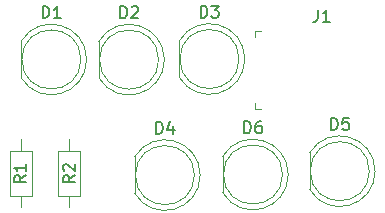
<source format=gbr>
%TF.GenerationSoftware,KiCad,Pcbnew,(5.1.6-0-10_14)*%
%TF.CreationDate,2020-09-05T00:15:57-04:00*%
%TF.ProjectId,ligths,6c696774-6873-42e6-9b69-6361645f7063,rev?*%
%TF.SameCoordinates,Original*%
%TF.FileFunction,Legend,Top*%
%TF.FilePolarity,Positive*%
%FSLAX46Y46*%
G04 Gerber Fmt 4.6, Leading zero omitted, Abs format (unit mm)*
G04 Created by KiCad (PCBNEW (5.1.6-0-10_14)) date 2020-09-05 00:15:57*
%MOMM*%
%LPD*%
G01*
G04 APERTURE LIST*
%ADD10C,0.120000*%
%ADD11C,0.100000*%
%ADD12C,0.150000*%
G04 APERTURE END LIST*
D10*
%TO.C,R2*%
X141859000Y-88138200D02*
X141859000Y-89088200D01*
X141859000Y-93878200D02*
X141859000Y-92928200D01*
X140939000Y-89088200D02*
X140939000Y-92928200D01*
X142779000Y-89088200D02*
X140939000Y-89088200D01*
X142779000Y-92928200D02*
X142779000Y-89088200D01*
X140939000Y-92928200D02*
X142779000Y-92928200D01*
%TO.C,R1*%
X137795000Y-93878200D02*
X137795000Y-92928200D01*
X137795000Y-88138200D02*
X137795000Y-89088200D01*
X138715000Y-92928200D02*
X138715000Y-89088200D01*
X136875000Y-92928200D02*
X138715000Y-92928200D01*
X136875000Y-89088200D02*
X136875000Y-92928200D01*
X138715000Y-89088200D02*
X136875000Y-89088200D01*
D11*
%TO.C,J1*%
X157663360Y-85590920D02*
X158163360Y-85590920D01*
X157663360Y-85590920D02*
X157663360Y-85090920D01*
X157663360Y-78990920D02*
X158163360Y-78990920D01*
X157663360Y-78990920D02*
X157663360Y-79490920D01*
D10*
%TO.C,D6*%
X154894600Y-89564800D02*
X154894600Y-92654800D01*
X159954600Y-91109800D02*
G75*
G03*
X159954600Y-91109800I-2500000J0D01*
G01*
X160444600Y-91109338D02*
G75*
G02*
X154894600Y-92654630I-2990000J-462D01*
G01*
X160444600Y-91110262D02*
G75*
G03*
X154894600Y-89564970I-2990000J462D01*
G01*
%TO.C,D5*%
X162247900Y-89285400D02*
X162247900Y-92375400D01*
X167307900Y-90830400D02*
G75*
G03*
X167307900Y-90830400I-2500000J0D01*
G01*
X167797900Y-90829938D02*
G75*
G02*
X162247900Y-92375230I-2990000J-462D01*
G01*
X167797900Y-90830862D02*
G75*
G03*
X162247900Y-89285570I-2990000J462D01*
G01*
%TO.C,D4*%
X147439700Y-89615600D02*
X147439700Y-92705600D01*
X152499700Y-91160600D02*
G75*
G03*
X152499700Y-91160600I-2500000J0D01*
G01*
X152989700Y-91160138D02*
G75*
G02*
X147439700Y-92705430I-2990000J-462D01*
G01*
X152989700Y-91161062D02*
G75*
G03*
X147439700Y-89615770I-2990000J462D01*
G01*
%TO.C,D3*%
X151211600Y-79785800D02*
X151211600Y-82875800D01*
X156271600Y-81330800D02*
G75*
G03*
X156271600Y-81330800I-2500000J0D01*
G01*
X156761600Y-81330338D02*
G75*
G02*
X151211600Y-82875630I-2990000J-462D01*
G01*
X156761600Y-81331262D02*
G75*
G03*
X151211600Y-79785970I-2990000J462D01*
G01*
%TO.C,D2*%
X144404400Y-79836600D02*
X144404400Y-82926600D01*
X149464400Y-81381600D02*
G75*
G03*
X149464400Y-81381600I-2500000J0D01*
G01*
X149954400Y-81381138D02*
G75*
G02*
X144404400Y-82926430I-2990000J-462D01*
G01*
X149954400Y-81382062D02*
G75*
G03*
X144404400Y-79836770I-2990000J462D01*
G01*
%TO.C,D1*%
X137825800Y-79823900D02*
X137825800Y-82913900D01*
X142885800Y-81368900D02*
G75*
G03*
X142885800Y-81368900I-2500000J0D01*
G01*
X143375800Y-81368438D02*
G75*
G02*
X137825800Y-82913730I-2990000J-462D01*
G01*
X143375800Y-81369362D02*
G75*
G03*
X137825800Y-79824070I-2990000J462D01*
G01*
%TO.C,R2*%
D12*
X142374880Y-91187566D02*
X141898690Y-91520900D01*
X142374880Y-91758995D02*
X141374880Y-91758995D01*
X141374880Y-91378042D01*
X141422500Y-91282804D01*
X141470119Y-91235185D01*
X141565357Y-91187566D01*
X141708214Y-91187566D01*
X141803452Y-91235185D01*
X141851071Y-91282804D01*
X141898690Y-91378042D01*
X141898690Y-91758995D01*
X141470119Y-90806614D02*
X141422500Y-90758995D01*
X141374880Y-90663757D01*
X141374880Y-90425661D01*
X141422500Y-90330423D01*
X141470119Y-90282804D01*
X141565357Y-90235185D01*
X141660595Y-90235185D01*
X141803452Y-90282804D01*
X142374880Y-90854233D01*
X142374880Y-90235185D01*
%TO.C,R1*%
X138221980Y-91187566D02*
X137745790Y-91520900D01*
X138221980Y-91758995D02*
X137221980Y-91758995D01*
X137221980Y-91378042D01*
X137269600Y-91282804D01*
X137317219Y-91235185D01*
X137412457Y-91187566D01*
X137555314Y-91187566D01*
X137650552Y-91235185D01*
X137698171Y-91282804D01*
X137745790Y-91378042D01*
X137745790Y-91758995D01*
X138221980Y-90235185D02*
X138221980Y-90806614D01*
X138221980Y-90520900D02*
X137221980Y-90520900D01*
X137364838Y-90616138D01*
X137460076Y-90711376D01*
X137507695Y-90806614D01*
%TO.C,J1*%
X162960026Y-77183300D02*
X162960026Y-77897586D01*
X162912407Y-78040443D01*
X162817169Y-78135681D01*
X162674312Y-78183300D01*
X162579074Y-78183300D01*
X163960026Y-78183300D02*
X163388598Y-78183300D01*
X163674312Y-78183300D02*
X163674312Y-77183300D01*
X163579074Y-77326158D01*
X163483836Y-77421396D01*
X163388598Y-77469015D01*
%TO.C,D6*%
X156716504Y-87602180D02*
X156716504Y-86602180D01*
X156954600Y-86602180D01*
X157097457Y-86649800D01*
X157192695Y-86745038D01*
X157240314Y-86840276D01*
X157287933Y-87030752D01*
X157287933Y-87173609D01*
X157240314Y-87364085D01*
X157192695Y-87459323D01*
X157097457Y-87554561D01*
X156954600Y-87602180D01*
X156716504Y-87602180D01*
X158145076Y-86602180D02*
X157954600Y-86602180D01*
X157859361Y-86649800D01*
X157811742Y-86697419D01*
X157716504Y-86840276D01*
X157668885Y-87030752D01*
X157668885Y-87411704D01*
X157716504Y-87506942D01*
X157764123Y-87554561D01*
X157859361Y-87602180D01*
X158049838Y-87602180D01*
X158145076Y-87554561D01*
X158192695Y-87506942D01*
X158240314Y-87411704D01*
X158240314Y-87173609D01*
X158192695Y-87078371D01*
X158145076Y-87030752D01*
X158049838Y-86983133D01*
X157859361Y-86983133D01*
X157764123Y-87030752D01*
X157716504Y-87078371D01*
X157668885Y-87173609D01*
%TO.C,D5*%
X164069804Y-87322780D02*
X164069804Y-86322780D01*
X164307900Y-86322780D01*
X164450757Y-86370400D01*
X164545995Y-86465638D01*
X164593614Y-86560876D01*
X164641233Y-86751352D01*
X164641233Y-86894209D01*
X164593614Y-87084685D01*
X164545995Y-87179923D01*
X164450757Y-87275161D01*
X164307900Y-87322780D01*
X164069804Y-87322780D01*
X165545995Y-86322780D02*
X165069804Y-86322780D01*
X165022185Y-86798971D01*
X165069804Y-86751352D01*
X165165042Y-86703733D01*
X165403138Y-86703733D01*
X165498376Y-86751352D01*
X165545995Y-86798971D01*
X165593614Y-86894209D01*
X165593614Y-87132304D01*
X165545995Y-87227542D01*
X165498376Y-87275161D01*
X165403138Y-87322780D01*
X165165042Y-87322780D01*
X165069804Y-87275161D01*
X165022185Y-87227542D01*
%TO.C,D4*%
X149261604Y-87652980D02*
X149261604Y-86652980D01*
X149499700Y-86652980D01*
X149642557Y-86700600D01*
X149737795Y-86795838D01*
X149785414Y-86891076D01*
X149833033Y-87081552D01*
X149833033Y-87224409D01*
X149785414Y-87414885D01*
X149737795Y-87510123D01*
X149642557Y-87605361D01*
X149499700Y-87652980D01*
X149261604Y-87652980D01*
X150690176Y-86986314D02*
X150690176Y-87652980D01*
X150452080Y-86605361D02*
X150213985Y-87319647D01*
X150833033Y-87319647D01*
%TO.C,D3*%
X153033504Y-77823180D02*
X153033504Y-76823180D01*
X153271600Y-76823180D01*
X153414457Y-76870800D01*
X153509695Y-76966038D01*
X153557314Y-77061276D01*
X153604933Y-77251752D01*
X153604933Y-77394609D01*
X153557314Y-77585085D01*
X153509695Y-77680323D01*
X153414457Y-77775561D01*
X153271600Y-77823180D01*
X153033504Y-77823180D01*
X153938266Y-76823180D02*
X154557314Y-76823180D01*
X154223980Y-77204133D01*
X154366838Y-77204133D01*
X154462076Y-77251752D01*
X154509695Y-77299371D01*
X154557314Y-77394609D01*
X154557314Y-77632704D01*
X154509695Y-77727942D01*
X154462076Y-77775561D01*
X154366838Y-77823180D01*
X154081123Y-77823180D01*
X153985885Y-77775561D01*
X153938266Y-77727942D01*
%TO.C,D2*%
X146226304Y-77873980D02*
X146226304Y-76873980D01*
X146464400Y-76873980D01*
X146607257Y-76921600D01*
X146702495Y-77016838D01*
X146750114Y-77112076D01*
X146797733Y-77302552D01*
X146797733Y-77445409D01*
X146750114Y-77635885D01*
X146702495Y-77731123D01*
X146607257Y-77826361D01*
X146464400Y-77873980D01*
X146226304Y-77873980D01*
X147178685Y-76969219D02*
X147226304Y-76921600D01*
X147321542Y-76873980D01*
X147559638Y-76873980D01*
X147654876Y-76921600D01*
X147702495Y-76969219D01*
X147750114Y-77064457D01*
X147750114Y-77159695D01*
X147702495Y-77302552D01*
X147131066Y-77873980D01*
X147750114Y-77873980D01*
%TO.C,D1*%
X139647704Y-77861280D02*
X139647704Y-76861280D01*
X139885800Y-76861280D01*
X140028657Y-76908900D01*
X140123895Y-77004138D01*
X140171514Y-77099376D01*
X140219133Y-77289852D01*
X140219133Y-77432709D01*
X140171514Y-77623185D01*
X140123895Y-77718423D01*
X140028657Y-77813661D01*
X139885800Y-77861280D01*
X139647704Y-77861280D01*
X141171514Y-77861280D02*
X140600085Y-77861280D01*
X140885800Y-77861280D02*
X140885800Y-76861280D01*
X140790561Y-77004138D01*
X140695323Y-77099376D01*
X140600085Y-77146995D01*
%TD*%
M02*

</source>
